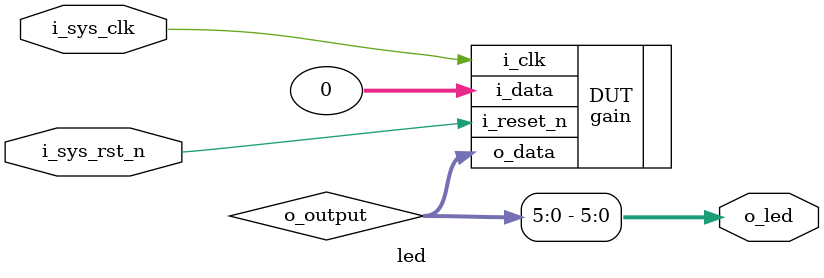
<source format=v>
module led (
    input   wire            i_sys_clk,          // clk input
    input   wire            i_sys_rst_n,        // reset input
    output  wire     [5:0]   o_led    // 6 LEDS pin
);

// module gain(
//     input   wire    [0:0]   i_clk,
//     input   wire    [0:0]   i_reset_n,
//     input   wire    [7:0]   i_data,
//     output  reg     [7:0]   o_data
// );
wire [7:0] o_output;
gain DUT(
    .i_clk(i_sys_clk),
    .i_reset_n(i_sys_rst_n),
    .i_data('h00),  // Example input data, modify as needed
    .o_data(o_output)   // Connect output to LED pins
);
assign o_led = o_output[5:0]; // Assign the first 6 bits to the LED output    

endmodule

</source>
